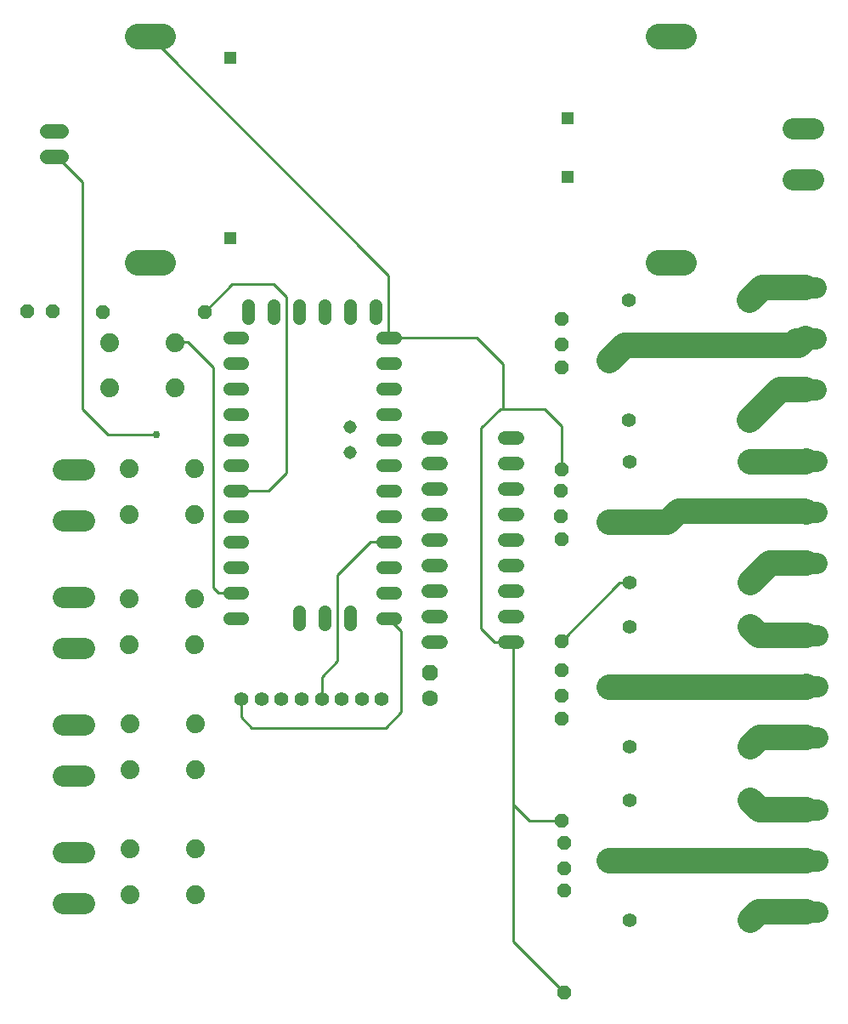
<source format=gbr>
G04 EAGLE Gerber RS-274X export*
G75*
%MOMM*%
%FSLAX34Y34*%
%LPD*%
%INTop Copper*%
%IPPOS*%
%AMOC8*
5,1,8,0,0,1.08239X$1,22.5*%
G01*
%ADD10P,1.732040X8X112.500000*%
%ADD11C,1.600200*%
%ADD12C,2.540000*%
%ADD13P,1.429621X8X112.500000*%
%ADD14P,1.429621X8X292.500000*%
%ADD15C,1.879600*%
%ADD16C,1.422400*%
%ADD17C,1.308000*%
%ADD18C,1.308000*%
%ADD19R,1.308000X1.308000*%
%ADD20C,1.320800*%
%ADD21P,1.429621X8X202.500000*%
%ADD22P,1.429621X8X22.500000*%
%ADD23C,2.095500*%
%ADD24C,1.422400*%
%ADD25C,1.408000*%
%ADD26C,0.254000*%
%ADD27C,0.756400*%


D10*
X419100Y343535D03*
D11*
X419100Y318135D03*
D12*
X647065Y751713D02*
X672465Y751713D01*
X672465Y976757D02*
X647065Y976757D01*
X153035Y751713D02*
X127635Y751713D01*
X127635Y976757D02*
X153035Y976757D01*
D13*
X549910Y670560D03*
X549910Y695960D03*
X549275Y499110D03*
X549275Y524510D03*
D14*
X550545Y647700D03*
X550545Y546100D03*
X549910Y476885D03*
X549910Y375285D03*
D15*
X184277Y501269D03*
X119253Y501269D03*
X184277Y546481D03*
X119253Y546481D03*
D16*
X370990Y317500D03*
X350990Y317500D03*
X330990Y317500D03*
X310990Y317500D03*
X290990Y317500D03*
X270990Y317500D03*
X250990Y317500D03*
X230990Y317500D03*
D17*
X238125Y696405D02*
X238125Y709485D01*
X263525Y709485D02*
X263525Y696405D01*
X288925Y696405D02*
X288925Y709485D01*
X314325Y709485D02*
X314325Y696405D01*
X339725Y696405D02*
X339725Y709485D01*
X365125Y709485D02*
X365125Y696405D01*
X231965Y677545D02*
X218885Y677545D01*
X218885Y652145D02*
X231965Y652145D01*
X231965Y626745D02*
X218885Y626745D01*
X218885Y601345D02*
X231965Y601345D01*
X231965Y575945D02*
X218885Y575945D01*
X218885Y550545D02*
X231965Y550545D01*
X231965Y525145D02*
X218885Y525145D01*
X218885Y499745D02*
X231965Y499745D01*
X231965Y474345D02*
X218885Y474345D01*
X218885Y448945D02*
X231965Y448945D01*
X231965Y423545D02*
X218885Y423545D01*
X218885Y398145D02*
X231965Y398145D01*
X371285Y677545D02*
X384365Y677545D01*
X384365Y652145D02*
X371285Y652145D01*
X371285Y626745D02*
X384365Y626745D01*
X384365Y601345D02*
X371285Y601345D01*
X371285Y575945D02*
X384365Y575945D01*
X384365Y550545D02*
X371285Y550545D01*
X371285Y525145D02*
X384365Y525145D01*
X384365Y499745D02*
X371285Y499745D01*
X371285Y474345D02*
X384365Y474345D01*
X384365Y448945D02*
X371285Y448945D01*
X371285Y423545D02*
X384365Y423545D01*
X384365Y398145D02*
X371285Y398145D01*
X339725Y404685D02*
X339725Y391605D01*
X314325Y391605D02*
X314325Y404685D01*
X288925Y404685D02*
X288925Y391605D01*
D18*
X339725Y588645D03*
X339725Y563245D03*
D19*
X555850Y896075D03*
X555850Y837075D03*
X219850Y776075D03*
X219850Y956075D03*
D20*
X416941Y577215D02*
X430149Y577215D01*
X430149Y551815D02*
X416941Y551815D01*
X416941Y424815D02*
X430149Y424815D01*
X430149Y399415D02*
X416941Y399415D01*
X416941Y526415D02*
X430149Y526415D01*
X430149Y501015D02*
X416941Y501015D01*
X416941Y450215D02*
X430149Y450215D01*
X430149Y475615D02*
X416941Y475615D01*
X416941Y374015D02*
X430149Y374015D01*
X493141Y374015D02*
X506349Y374015D01*
X506349Y399415D02*
X493141Y399415D01*
X493141Y424815D02*
X506349Y424815D01*
X506349Y450215D02*
X493141Y450215D01*
X493141Y475615D02*
X506349Y475615D01*
X506349Y501015D02*
X493141Y501015D01*
X493141Y526415D02*
X506349Y526415D01*
X506349Y551815D02*
X493141Y551815D01*
X493141Y577215D02*
X506349Y577215D01*
D15*
X184277Y371729D03*
X119253Y371729D03*
X184277Y416941D03*
X119253Y416941D03*
X184912Y247269D03*
X119888Y247269D03*
X184912Y292481D03*
X119888Y292481D03*
X184912Y122809D03*
X119888Y122809D03*
X184912Y168021D03*
X119888Y168021D03*
X164592Y626999D03*
X99568Y626999D03*
X164592Y672211D03*
X99568Y672211D03*
D14*
X549910Y297815D03*
X549910Y196215D03*
X552450Y127000D03*
X552450Y25400D03*
D13*
X549910Y320675D03*
X549910Y346075D03*
X552450Y149225D03*
X552450Y174625D03*
D21*
X194310Y702945D03*
X92710Y702945D03*
D22*
X17780Y703580D03*
X43180Y703580D03*
D23*
X780098Y834390D02*
X801053Y834390D01*
X801053Y885190D02*
X780098Y885190D01*
D24*
X51562Y882650D02*
X37338Y882650D01*
X37338Y857250D02*
X51562Y857250D01*
D25*
X737295Y594755D03*
X617295Y714755D03*
X597295Y654755D03*
X737295Y714755D03*
X617295Y594755D03*
X737930Y433465D03*
X617930Y553465D03*
X597930Y493465D03*
X737930Y553465D03*
X617930Y433465D03*
X737930Y269635D03*
X617930Y389635D03*
X597930Y329635D03*
X737930Y389635D03*
X617930Y269635D03*
X737930Y96915D03*
X617930Y216915D03*
X597930Y156915D03*
X737930Y216915D03*
X617930Y96915D03*
D23*
X782638Y625475D02*
X803593Y625475D01*
X803593Y676275D02*
X782638Y676275D01*
X782638Y727075D02*
X803593Y727075D01*
X804228Y452755D02*
X783273Y452755D01*
X783273Y503555D02*
X804228Y503555D01*
X804228Y554355D02*
X783273Y554355D01*
X783908Y279400D02*
X804863Y279400D01*
X804863Y330200D02*
X783908Y330200D01*
X783908Y381000D02*
X804863Y381000D01*
X804863Y105410D02*
X783908Y105410D01*
X783908Y156210D02*
X804863Y156210D01*
X804863Y207010D02*
X783908Y207010D01*
X73978Y546100D02*
X53023Y546100D01*
X53023Y495300D02*
X73978Y495300D01*
X73978Y419100D02*
X53023Y419100D01*
X53023Y368300D02*
X73978Y368300D01*
X73978Y292100D02*
X53023Y292100D01*
X53023Y241300D02*
X73978Y241300D01*
X73978Y165100D02*
X53023Y165100D01*
X53023Y114300D02*
X73978Y114300D01*
D26*
X208280Y423545D02*
X225425Y423545D01*
X208280Y423545D02*
X203200Y428625D01*
X203200Y647700D02*
X177800Y673100D01*
X165481Y673100D01*
X164592Y672211D01*
X203200Y647700D02*
X203200Y428625D01*
X194310Y702945D02*
X221615Y730250D01*
X263525Y730250D02*
X276225Y717550D01*
X276225Y542925D01*
X258445Y525145D02*
X225425Y525145D01*
X221615Y730250D02*
X263525Y730250D01*
X276225Y542925D02*
X258445Y525145D01*
X501650Y76200D02*
X552450Y25400D01*
X501650Y372110D02*
X499745Y374015D01*
X501650Y212725D02*
X501650Y76200D01*
X501650Y212725D02*
X501650Y372110D01*
X518160Y196215D02*
X549910Y196215D01*
X518160Y196215D02*
X501650Y212725D01*
X499745Y374015D02*
X483235Y374015D01*
X469900Y387350D01*
X469900Y587375D01*
X488950Y606425D01*
X492125Y606425D01*
X533400Y606425D01*
X550545Y589280D02*
X550545Y546100D01*
X550545Y589280D02*
X533400Y606425D01*
X465455Y677545D02*
X377825Y677545D01*
X492125Y650875D02*
X492125Y606425D01*
X492125Y650875D02*
X465455Y677545D01*
X608090Y433465D02*
X549910Y375285D01*
X608090Y433465D02*
X617930Y433465D01*
X377825Y739267D02*
X140335Y976757D01*
X377825Y739267D02*
X377825Y677545D01*
X230990Y317500D02*
X230990Y299235D01*
X374650Y288925D02*
X390525Y304800D01*
X390525Y385445D01*
X377825Y398145D01*
X241300Y288925D02*
X230990Y299235D01*
X241300Y288925D02*
X374650Y288925D01*
X377825Y474345D02*
X360045Y474345D01*
X310990Y339565D02*
X310990Y317500D01*
X327025Y441325D02*
X360045Y474345D01*
X327025Y441325D02*
X327025Y355600D01*
X310990Y339565D01*
D27*
X146050Y581025D03*
D26*
X98425Y581025D01*
X73025Y606425D01*
X73025Y831850D01*
X47625Y857250D01*
X44450Y857250D01*
D12*
X597930Y156915D02*
X793680Y156915D01*
X794385Y156210D01*
X793820Y329635D02*
X597930Y329635D01*
X793820Y329635D02*
X794385Y330200D01*
X655390Y493465D02*
X597930Y493465D01*
X655390Y493465D02*
X666750Y504825D01*
X792480Y504825D01*
X793750Y503555D01*
X612465Y669925D02*
X597295Y654755D01*
X786765Y669925D02*
X793115Y676275D01*
X786765Y669925D02*
X612465Y669925D01*
X747695Y279400D02*
X737930Y269635D01*
X747695Y279400D02*
X794385Y279400D01*
X746565Y381000D02*
X737930Y389635D01*
X746565Y381000D02*
X794385Y381000D01*
X746425Y105410D02*
X737930Y96915D01*
X746425Y105410D02*
X794385Y105410D01*
X747835Y207010D02*
X737930Y216915D01*
X747835Y207010D02*
X794385Y207010D01*
X792860Y553465D02*
X737930Y553465D01*
X792860Y553465D02*
X793750Y554355D01*
X757220Y452755D02*
X737930Y433465D01*
X757220Y452755D02*
X793750Y452755D01*
X737295Y714755D02*
X749615Y727075D01*
X793115Y727075D01*
X768015Y625475D02*
X737295Y594755D01*
X768015Y625475D02*
X793115Y625475D01*
M02*

</source>
